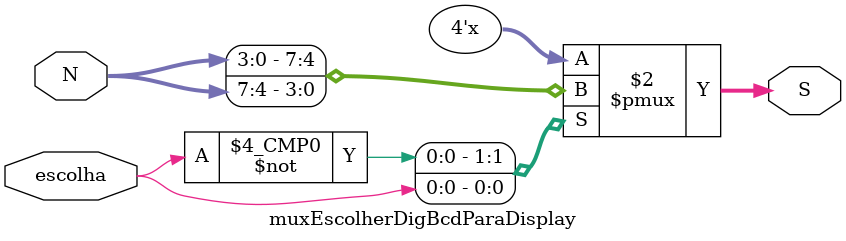
<source format=v>
module muxEscolherDigBcdParaDisplay(N, escolha, S);
	input [7:0] N;
	input escolha;
	output reg [3:0] S;

	always @* begin
		case (escolha)
			1'b0 : begin 
				S = N[3:0];
			end
			1'b1 : begin 
				S = N[7:4];
			end
		endcase 
	end
	

endmodule 
</source>
